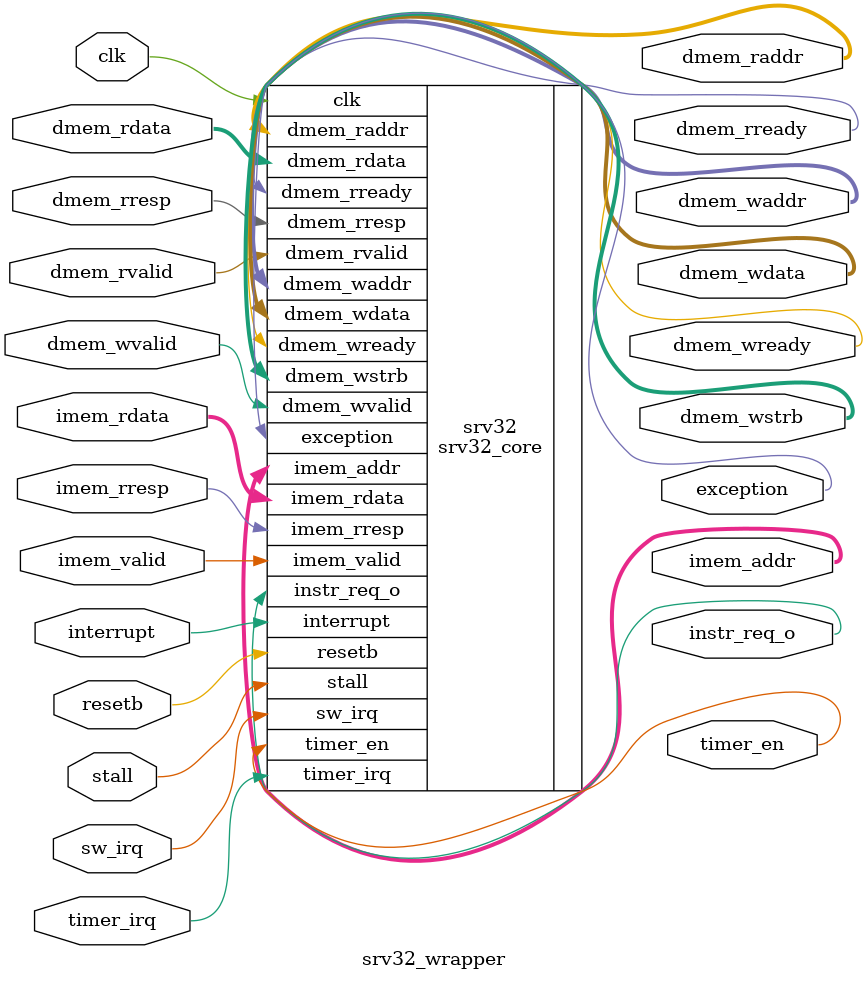
<source format=sv>
`timescale 1ns/1ps


module srv32_wrapper #(
    parameter RV32M = 1,
    parameter RV32E = 0,
    parameter RV32B = 0,
    parameter RV32C = 0
) (
    input clk,
    input resetb,

    input logic stall,
    output logic exception,
    output     timer_en,        //not defined as logic, cause it is driven by both this module and the clint in top module

    // interrupt
    input timer_irq,
    input sw_irq,
    input interrupt,

    // interface of instruction RAM
    output logic        instr_req_o,
    input  logic        imem_valid,
    output logic [31:0] imem_addr,
    input  logic        imem_rresp,
    input  logic [31:0] imem_rdata,

    // interface of data RAM
    output logic        dmem_wready,
    input  logic        dmem_wvalid,
    output logic [31:0] dmem_waddr,
    output logic [31:0] dmem_wdata,
    output logic [ 3:0] dmem_wstrb,

    output logic        dmem_rready,
    input  logic        dmem_rvalid,
    output logic [31:0] dmem_raddr,
    input  logic        dmem_rresp,
    input  logic [31:0] dmem_rdata,

    //cv_xif signals
    cv_xif.cpu_issue xif_issue_if,
    cv_xif.cpu_register xif_reg_if,
    cv_xif.cpu_commit xif_commit_if,
    cv_xif.cpu_mem xif_mem_if,
    cv_xif.cpu_mem_result xif_mem_result_if,
    cv_xif.cpu_result xif_result_if
);

    srv32_core #(
        .RV32M (RV32M),
        .RV32E (RV32E),
        .RV32B (RV32B),
        .RV32C (RV32C)
    ) srv32 (
        .clk                (clk),
        .resetb             (resetb),

        .stall              (stall),
        .exception          (exception),
        .timer_en           (timer_en),

        .timer_irq          (timer_irq),
        .sw_irq             (sw_irq),
        .interrupt          (interrupt),

        .instr_req_o        (instr_req_o),
        .imem_valid         (imem_valid),
        .imem_addr          (imem_addr),
        .imem_rresp         (imem_rresp),
        .imem_rdata         (imem_rdata),

        .dmem_wready        (dmem_wready),
        .dmem_wvalid        (dmem_wvalid),
        .dmem_waddr         (dmem_waddr),
        .dmem_wdata         (dmem_wdata),
        .dmem_wstrb         (dmem_wstrb),

        .dmem_rready        (dmem_rready),
        .dmem_rvalid        (dmem_rvalid),
        .dmem_raddr         (dmem_raddr),
        .dmem_rresp         (dmem_rresp),
        .dmem_rdata         (dmem_rdata)
    );


endmodule

</source>
